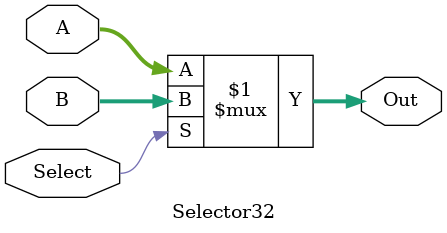
<source format=v>
`timescale 1ns / 1ps

module Selector32(
    input Select,
    input [31:0] A,
    input [31:0] B,
    output [31:0] Out
    );

    assign Out = Select ? B : A;
endmodule

</source>
